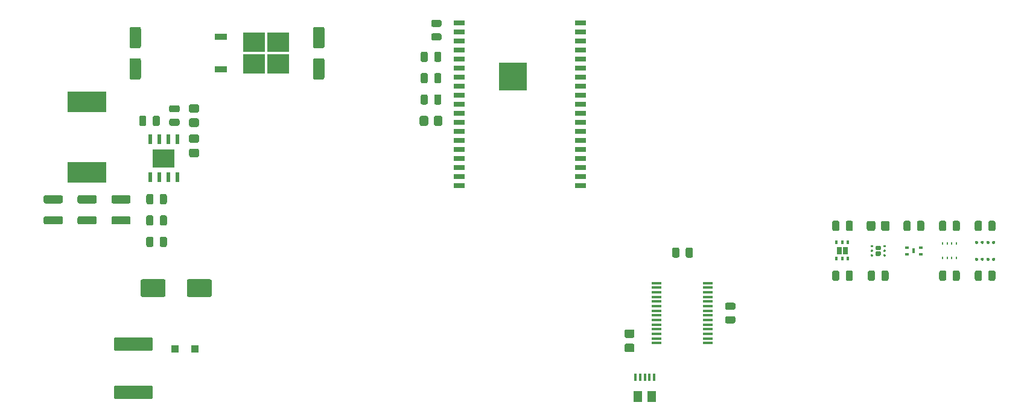
<source format=gbr>
G04 #@! TF.GenerationSoftware,KiCad,Pcbnew,(5.1.8-0-10_14)*
G04 #@! TF.CreationDate,2021-01-31T17:08:47-06:00*
G04 #@! TF.ProjectId,ClimateSprinklerController,436c696d-6174-4655-9370-72696e6b6c65,rev?*
G04 #@! TF.SameCoordinates,Original*
G04 #@! TF.FileFunction,Paste,Top*
G04 #@! TF.FilePolarity,Positive*
%FSLAX46Y46*%
G04 Gerber Fmt 4.6, Leading zero omitted, Abs format (unit mm)*
G04 Created by KiCad (PCBNEW (5.1.8-0-10_14)) date 2021-01-31 17:08:47*
%MOMM*%
%LPD*%
G01*
G04 APERTURE LIST*
%ADD10R,1.100000X1.100000*%
%ADD11R,1.400000X0.360000*%
%ADD12R,1.200000X1.520000*%
%ADD13R,0.320000X1.080000*%
%ADD14R,1.600000X0.720000*%
%ADD15R,4.000000X4.000000*%
%ADD16R,0.360000X0.504000*%
%ADD17R,0.700000X1.050000*%
%ADD18R,5.400000X2.900000*%
%ADD19R,0.280000X0.400000*%
%ADD20R,0.350000X0.800000*%
%ADD21R,0.500000X0.300000*%
%ADD22R,1.760000X0.960000*%
%ADD23R,3.050000X2.750000*%
%ADD24R,3.100000X2.600000*%
%ADD25R,0.540000X1.395000*%
G04 APERTURE END LIST*
D10*
X101600000Y-109250000D03*
X104400000Y-109250000D03*
G36*
G01*
X137050000Y-70775000D02*
X137050000Y-71725000D01*
G75*
G02*
X136800000Y-71975000I-250000J0D01*
G01*
X136300000Y-71975000D01*
G75*
G02*
X136050000Y-71725000I0J250000D01*
G01*
X136050000Y-70775000D01*
G75*
G02*
X136300000Y-70525000I250000J0D01*
G01*
X136800000Y-70525000D01*
G75*
G02*
X137050000Y-70775000I0J-250000D01*
G01*
G37*
G36*
G01*
X138950000Y-70775000D02*
X138950000Y-71725000D01*
G75*
G02*
X138700000Y-71975000I-250000J0D01*
G01*
X138200000Y-71975000D01*
G75*
G02*
X137950000Y-71725000I0J250000D01*
G01*
X137950000Y-70775000D01*
G75*
G02*
X138200000Y-70525000I250000J0D01*
G01*
X138700000Y-70525000D01*
G75*
G02*
X138950000Y-70775000I0J-250000D01*
G01*
G37*
G36*
G01*
X100250000Y-99750000D02*
X100250000Y-101750000D01*
G75*
G02*
X100000000Y-102000000I-250000J0D01*
G01*
X97000000Y-102000000D01*
G75*
G02*
X96750000Y-101750000I0J250000D01*
G01*
X96750000Y-99750000D01*
G75*
G02*
X97000000Y-99500000I250000J0D01*
G01*
X100000000Y-99500000D01*
G75*
G02*
X100250000Y-99750000I0J-250000D01*
G01*
G37*
G36*
G01*
X106750000Y-99750000D02*
X106750000Y-101750000D01*
G75*
G02*
X106500000Y-102000000I-250000J0D01*
G01*
X103500000Y-102000000D01*
G75*
G02*
X103250000Y-101750000I0J250000D01*
G01*
X103250000Y-99750000D01*
G75*
G02*
X103500000Y-99500000I250000J0D01*
G01*
X106500000Y-99500000D01*
G75*
G02*
X106750000Y-99750000I0J-250000D01*
G01*
G37*
G36*
G01*
X137050000Y-73775000D02*
X137050000Y-74725000D01*
G75*
G02*
X136800000Y-74975000I-250000J0D01*
G01*
X136300000Y-74975000D01*
G75*
G02*
X136050000Y-74725000I0J250000D01*
G01*
X136050000Y-73775000D01*
G75*
G02*
X136300000Y-73525000I250000J0D01*
G01*
X136800000Y-73525000D01*
G75*
G02*
X137050000Y-73775000I0J-250000D01*
G01*
G37*
G36*
G01*
X138950000Y-73775000D02*
X138950000Y-74725000D01*
G75*
G02*
X138700000Y-74975000I-250000J0D01*
G01*
X138200000Y-74975000D01*
G75*
G02*
X137950000Y-74725000I0J250000D01*
G01*
X137950000Y-73775000D01*
G75*
G02*
X138200000Y-73525000I250000J0D01*
G01*
X138700000Y-73525000D01*
G75*
G02*
X138950000Y-73775000I0J-250000D01*
G01*
G37*
D11*
X176350000Y-100025000D03*
X176350000Y-100675000D03*
X176350000Y-101325000D03*
X176350000Y-101975000D03*
X176350000Y-102625000D03*
X176350000Y-103275000D03*
X176350000Y-103925000D03*
X176350000Y-104575000D03*
X176350000Y-105225000D03*
X176350000Y-105875000D03*
X176350000Y-106525000D03*
X176350000Y-107175000D03*
X176350000Y-107825000D03*
X176350000Y-108475000D03*
X169150000Y-108475000D03*
X169150000Y-107825000D03*
X169150000Y-107175000D03*
X169150000Y-106525000D03*
X169150000Y-105875000D03*
X169150000Y-105225000D03*
X169150000Y-104575000D03*
X169150000Y-103925000D03*
X169150000Y-103275000D03*
X169150000Y-102625000D03*
X169150000Y-101975000D03*
X169150000Y-101325000D03*
X169150000Y-100675000D03*
X169150000Y-100025000D03*
G36*
G01*
X165800001Y-109750000D02*
X164899999Y-109750000D01*
G75*
G02*
X164650000Y-109500001I0J249999D01*
G01*
X164650000Y-108799999D01*
G75*
G02*
X164899999Y-108550000I249999J0D01*
G01*
X165800001Y-108550000D01*
G75*
G02*
X166050000Y-108799999I0J-249999D01*
G01*
X166050000Y-109500001D01*
G75*
G02*
X165800001Y-109750000I-249999J0D01*
G01*
G37*
G36*
G01*
X165800001Y-107750000D02*
X164899999Y-107750000D01*
G75*
G02*
X164650000Y-107500001I0J249999D01*
G01*
X164650000Y-106799999D01*
G75*
G02*
X164899999Y-106550000I249999J0D01*
G01*
X165800001Y-106550000D01*
G75*
G02*
X166050000Y-106799999I0J-249999D01*
G01*
X166050000Y-107500001D01*
G75*
G02*
X165800001Y-107750000I-249999J0D01*
G01*
G37*
D12*
X168500000Y-115987500D03*
D13*
X166850000Y-113287500D03*
X166200000Y-113287500D03*
X168800000Y-113287500D03*
X168150000Y-113287500D03*
X167500000Y-113287500D03*
D12*
X166500000Y-115987500D03*
G36*
G01*
X171350000Y-96225000D02*
X171350000Y-95275000D01*
G75*
G02*
X171600000Y-95025000I250000J0D01*
G01*
X172100000Y-95025000D01*
G75*
G02*
X172350000Y-95275000I0J-250000D01*
G01*
X172350000Y-96225000D01*
G75*
G02*
X172100000Y-96475000I-250000J0D01*
G01*
X171600000Y-96475000D01*
G75*
G02*
X171350000Y-96225000I0J250000D01*
G01*
G37*
G36*
G01*
X173250000Y-96225000D02*
X173250000Y-95275000D01*
G75*
G02*
X173500000Y-95025000I250000J0D01*
G01*
X174000000Y-95025000D01*
G75*
G02*
X174250000Y-95275000I0J-250000D01*
G01*
X174250000Y-96225000D01*
G75*
G02*
X174000000Y-96475000I-250000J0D01*
G01*
X173500000Y-96475000D01*
G75*
G02*
X173250000Y-96225000I0J250000D01*
G01*
G37*
G36*
G01*
X179975000Y-103800000D02*
X179025000Y-103800000D01*
G75*
G02*
X178775000Y-103550000I0J250000D01*
G01*
X178775000Y-103050000D01*
G75*
G02*
X179025000Y-102800000I250000J0D01*
G01*
X179975000Y-102800000D01*
G75*
G02*
X180225000Y-103050000I0J-250000D01*
G01*
X180225000Y-103550000D01*
G75*
G02*
X179975000Y-103800000I-250000J0D01*
G01*
G37*
G36*
G01*
X179975000Y-105700000D02*
X179025000Y-105700000D01*
G75*
G02*
X178775000Y-105450000I0J250000D01*
G01*
X178775000Y-104950000D01*
G75*
G02*
X179025000Y-104700000I250000J0D01*
G01*
X179975000Y-104700000D01*
G75*
G02*
X180225000Y-104950000I0J-250000D01*
G01*
X180225000Y-105450000D01*
G75*
G02*
X179975000Y-105700000I-250000J0D01*
G01*
G37*
G36*
G01*
X216650000Y-96577500D02*
X216650000Y-96797500D01*
G75*
G02*
X216550000Y-96897500I-100000J0D01*
G01*
X216350000Y-96897500D01*
G75*
G02*
X216250000Y-96797500I0J100000D01*
G01*
X216250000Y-96577500D01*
G75*
G02*
X216350000Y-96477500I100000J0D01*
G01*
X216550000Y-96477500D01*
G75*
G02*
X216650000Y-96577500I0J-100000D01*
G01*
G37*
G36*
G01*
X215850000Y-96577500D02*
X215850000Y-96797500D01*
G75*
G02*
X215750000Y-96897500I-100000J0D01*
G01*
X215550000Y-96897500D01*
G75*
G02*
X215450000Y-96797500I0J100000D01*
G01*
X215450000Y-96577500D01*
G75*
G02*
X215550000Y-96477500I100000J0D01*
G01*
X215750000Y-96477500D01*
G75*
G02*
X215850000Y-96577500I0J-100000D01*
G01*
G37*
G36*
G01*
X215050000Y-96577500D02*
X215050000Y-96797500D01*
G75*
G02*
X214950000Y-96897500I-100000J0D01*
G01*
X214750000Y-96897500D01*
G75*
G02*
X214650000Y-96797500I0J100000D01*
G01*
X214650000Y-96577500D01*
G75*
G02*
X214750000Y-96477500I100000J0D01*
G01*
X214950000Y-96477500D01*
G75*
G02*
X215050000Y-96577500I0J-100000D01*
G01*
G37*
G36*
G01*
X214250000Y-96577500D02*
X214250000Y-96797500D01*
G75*
G02*
X214150000Y-96897500I-100000J0D01*
G01*
X213950000Y-96897500D01*
G75*
G02*
X213850000Y-96797500I0J100000D01*
G01*
X213850000Y-96577500D01*
G75*
G02*
X213950000Y-96477500I100000J0D01*
G01*
X214150000Y-96477500D01*
G75*
G02*
X214250000Y-96577500I0J-100000D01*
G01*
G37*
G36*
G01*
X214250000Y-94202500D02*
X214250000Y-94422500D01*
G75*
G02*
X214150000Y-94522500I-100000J0D01*
G01*
X213950000Y-94522500D01*
G75*
G02*
X213850000Y-94422500I0J100000D01*
G01*
X213850000Y-94202500D01*
G75*
G02*
X213950000Y-94102500I100000J0D01*
G01*
X214150000Y-94102500D01*
G75*
G02*
X214250000Y-94202500I0J-100000D01*
G01*
G37*
G36*
G01*
X215050000Y-94202500D02*
X215050000Y-94422500D01*
G75*
G02*
X214950000Y-94522500I-100000J0D01*
G01*
X214750000Y-94522500D01*
G75*
G02*
X214650000Y-94422500I0J100000D01*
G01*
X214650000Y-94202500D01*
G75*
G02*
X214750000Y-94102500I100000J0D01*
G01*
X214950000Y-94102500D01*
G75*
G02*
X215050000Y-94202500I0J-100000D01*
G01*
G37*
G36*
G01*
X215850000Y-94202500D02*
X215850000Y-94422500D01*
G75*
G02*
X215750000Y-94522500I-100000J0D01*
G01*
X215550000Y-94522500D01*
G75*
G02*
X215450000Y-94422500I0J100000D01*
G01*
X215450000Y-94202500D01*
G75*
G02*
X215550000Y-94102500I100000J0D01*
G01*
X215750000Y-94102500D01*
G75*
G02*
X215850000Y-94202500I0J-100000D01*
G01*
G37*
G36*
G01*
X216650000Y-94202500D02*
X216650000Y-94422500D01*
G75*
G02*
X216550000Y-94522500I-100000J0D01*
G01*
X216350000Y-94522500D01*
G75*
G02*
X216250000Y-94422500I0J100000D01*
G01*
X216250000Y-94202500D01*
G75*
G02*
X216350000Y-94102500I100000J0D01*
G01*
X216550000Y-94102500D01*
G75*
G02*
X216650000Y-94202500I0J-100000D01*
G01*
G37*
G36*
G01*
X213800000Y-92475000D02*
X213800000Y-91525000D01*
G75*
G02*
X214050000Y-91275000I250000J0D01*
G01*
X214550000Y-91275000D01*
G75*
G02*
X214800000Y-91525000I0J-250000D01*
G01*
X214800000Y-92475000D01*
G75*
G02*
X214550000Y-92725000I-250000J0D01*
G01*
X214050000Y-92725000D01*
G75*
G02*
X213800000Y-92475000I0J250000D01*
G01*
G37*
G36*
G01*
X215700000Y-92475000D02*
X215700000Y-91525000D01*
G75*
G02*
X215950000Y-91275000I250000J0D01*
G01*
X216450000Y-91275000D01*
G75*
G02*
X216700000Y-91525000I0J-250000D01*
G01*
X216700000Y-92475000D01*
G75*
G02*
X216450000Y-92725000I-250000J0D01*
G01*
X215950000Y-92725000D01*
G75*
G02*
X215700000Y-92475000I0J250000D01*
G01*
G37*
G36*
G01*
X213800000Y-99475000D02*
X213800000Y-98525000D01*
G75*
G02*
X214050000Y-98275000I250000J0D01*
G01*
X214550000Y-98275000D01*
G75*
G02*
X214800000Y-98525000I0J-250000D01*
G01*
X214800000Y-99475000D01*
G75*
G02*
X214550000Y-99725000I-250000J0D01*
G01*
X214050000Y-99725000D01*
G75*
G02*
X213800000Y-99475000I0J250000D01*
G01*
G37*
G36*
G01*
X215700000Y-99475000D02*
X215700000Y-98525000D01*
G75*
G02*
X215950000Y-98275000I250000J0D01*
G01*
X216450000Y-98275000D01*
G75*
G02*
X216700000Y-98525000I0J-250000D01*
G01*
X216700000Y-99475000D01*
G75*
G02*
X216450000Y-99725000I-250000J0D01*
G01*
X215950000Y-99725000D01*
G75*
G02*
X215700000Y-99475000I0J250000D01*
G01*
G37*
D14*
X141500000Y-63495000D03*
X141500000Y-64765000D03*
X141500000Y-66035000D03*
X141500000Y-67305000D03*
X141500000Y-68575000D03*
X141500000Y-69845000D03*
X141500000Y-71115000D03*
X141500000Y-72385000D03*
X141500000Y-73655000D03*
X141500000Y-74925000D03*
X141500000Y-76195000D03*
X141500000Y-77465000D03*
X141500000Y-78735000D03*
X141500000Y-80005000D03*
X141500000Y-81275000D03*
X141500000Y-82545000D03*
X141500000Y-83815000D03*
X141500000Y-85085000D03*
X141500000Y-86355000D03*
X158500000Y-86355000D03*
X158500000Y-85085000D03*
X158500000Y-83815000D03*
X158500000Y-82545000D03*
X158500000Y-81275000D03*
X158500000Y-80005000D03*
X158500000Y-78735000D03*
X158500000Y-77465000D03*
X158500000Y-76195000D03*
X158500000Y-74925000D03*
X158500000Y-73655000D03*
X158500000Y-72385000D03*
X158500000Y-71115000D03*
X158500000Y-69845000D03*
X158500000Y-68575000D03*
X158500000Y-67305000D03*
X158500000Y-66035000D03*
X158500000Y-64765000D03*
X158500000Y-63495000D03*
D15*
X149000000Y-70995000D03*
D16*
X196009000Y-96603000D03*
X195209000Y-96603000D03*
X194409000Y-96603000D03*
X194409000Y-94303000D03*
X195209000Y-94303000D03*
X196009000Y-94303000D03*
D17*
X194809000Y-95453000D03*
X195609000Y-95453000D03*
G36*
G01*
X201850000Y-91549999D02*
X201850000Y-92450001D01*
G75*
G02*
X201600001Y-92700000I-249999J0D01*
G01*
X200899999Y-92700000D01*
G75*
G02*
X200650000Y-92450001I0J249999D01*
G01*
X200650000Y-91549999D01*
G75*
G02*
X200899999Y-91300000I249999J0D01*
G01*
X201600001Y-91300000D01*
G75*
G02*
X201850000Y-91549999I0J-249999D01*
G01*
G37*
G36*
G01*
X199850000Y-91549999D02*
X199850000Y-92450001D01*
G75*
G02*
X199600001Y-92700000I-249999J0D01*
G01*
X198899999Y-92700000D01*
G75*
G02*
X198650000Y-92450001I0J249999D01*
G01*
X198650000Y-91549999D01*
G75*
G02*
X198899999Y-91300000I249999J0D01*
G01*
X199600001Y-91300000D01*
G75*
G02*
X199850000Y-91549999I0J-249999D01*
G01*
G37*
G36*
G01*
X195700000Y-92475000D02*
X195700000Y-91525000D01*
G75*
G02*
X195950000Y-91275000I250000J0D01*
G01*
X196450000Y-91275000D01*
G75*
G02*
X196700000Y-91525000I0J-250000D01*
G01*
X196700000Y-92475000D01*
G75*
G02*
X196450000Y-92725000I-250000J0D01*
G01*
X195950000Y-92725000D01*
G75*
G02*
X195700000Y-92475000I0J250000D01*
G01*
G37*
G36*
G01*
X193800000Y-92475000D02*
X193800000Y-91525000D01*
G75*
G02*
X194050000Y-91275000I250000J0D01*
G01*
X194550000Y-91275000D01*
G75*
G02*
X194800000Y-91525000I0J-250000D01*
G01*
X194800000Y-92475000D01*
G75*
G02*
X194550000Y-92725000I-250000J0D01*
G01*
X194050000Y-92725000D01*
G75*
G02*
X193800000Y-92475000I0J250000D01*
G01*
G37*
G36*
G01*
X193800000Y-99475000D02*
X193800000Y-98525000D01*
G75*
G02*
X194050000Y-98275000I250000J0D01*
G01*
X194550000Y-98275000D01*
G75*
G02*
X194800000Y-98525000I0J-250000D01*
G01*
X194800000Y-99475000D01*
G75*
G02*
X194550000Y-99725000I-250000J0D01*
G01*
X194050000Y-99725000D01*
G75*
G02*
X193800000Y-99475000I0J250000D01*
G01*
G37*
G36*
G01*
X195700000Y-99475000D02*
X195700000Y-98525000D01*
G75*
G02*
X195950000Y-98275000I250000J0D01*
G01*
X196450000Y-98275000D01*
G75*
G02*
X196700000Y-98525000I0J-250000D01*
G01*
X196700000Y-99475000D01*
G75*
G02*
X196450000Y-99725000I-250000J0D01*
G01*
X195950000Y-99725000D01*
G75*
G02*
X195700000Y-99475000I0J250000D01*
G01*
G37*
G36*
G01*
X103799999Y-81150000D02*
X104700001Y-81150000D01*
G75*
G02*
X104950000Y-81399999I0J-249999D01*
G01*
X104950000Y-82100001D01*
G75*
G02*
X104700001Y-82350000I-249999J0D01*
G01*
X103799999Y-82350000D01*
G75*
G02*
X103550000Y-82100001I0J249999D01*
G01*
X103550000Y-81399999D01*
G75*
G02*
X103799999Y-81150000I249999J0D01*
G01*
G37*
G36*
G01*
X103799999Y-79150000D02*
X104700001Y-79150000D01*
G75*
G02*
X104950000Y-79399999I0J-249999D01*
G01*
X104950000Y-80100001D01*
G75*
G02*
X104700001Y-80350000I-249999J0D01*
G01*
X103799999Y-80350000D01*
G75*
G02*
X103550000Y-80100001I0J249999D01*
G01*
X103550000Y-79399999D01*
G75*
G02*
X103799999Y-79150000I249999J0D01*
G01*
G37*
G36*
G01*
X103799999Y-76900000D02*
X104700001Y-76900000D01*
G75*
G02*
X104950000Y-77149999I0J-249999D01*
G01*
X104950000Y-77850001D01*
G75*
G02*
X104700001Y-78100000I-249999J0D01*
G01*
X103799999Y-78100000D01*
G75*
G02*
X103550000Y-77850001I0J249999D01*
G01*
X103550000Y-77149999D01*
G75*
G02*
X103799999Y-76900000I249999J0D01*
G01*
G37*
G36*
G01*
X103799999Y-74900000D02*
X104700001Y-74900000D01*
G75*
G02*
X104950000Y-75149999I0J-249999D01*
G01*
X104950000Y-75850001D01*
G75*
G02*
X104700001Y-76100000I-249999J0D01*
G01*
X103799999Y-76100000D01*
G75*
G02*
X103550000Y-75850001I0J249999D01*
G01*
X103550000Y-75149999D01*
G75*
G02*
X103799999Y-74900000I249999J0D01*
G01*
G37*
G36*
G01*
X135900000Y-77700400D02*
X135900000Y-76799600D01*
G75*
G02*
X136149600Y-76550000I249600J0D01*
G01*
X136850400Y-76550000D01*
G75*
G02*
X137100000Y-76799600I0J-249600D01*
G01*
X137100000Y-77700400D01*
G75*
G02*
X136850400Y-77950000I-249600J0D01*
G01*
X136149600Y-77950000D01*
G75*
G02*
X135900000Y-77700400I0J249600D01*
G01*
G37*
G36*
G01*
X137900000Y-77700400D02*
X137900000Y-76799600D01*
G75*
G02*
X138149600Y-76550000I249600J0D01*
G01*
X138850400Y-76550000D01*
G75*
G02*
X139100000Y-76799600I0J-249600D01*
G01*
X139100000Y-77700400D01*
G75*
G02*
X138850400Y-77950000I-249600J0D01*
G01*
X138149600Y-77950000D01*
G75*
G02*
X137900000Y-77700400I0J249600D01*
G01*
G37*
D18*
X89250000Y-84450000D03*
X89250000Y-74550000D03*
G36*
G01*
X83399999Y-90650000D02*
X85600001Y-90650000D01*
G75*
G02*
X85850000Y-90899999I0J-249999D01*
G01*
X85850000Y-91550001D01*
G75*
G02*
X85600001Y-91800000I-249999J0D01*
G01*
X83399999Y-91800000D01*
G75*
G02*
X83150000Y-91550001I0J249999D01*
G01*
X83150000Y-90899999D01*
G75*
G02*
X83399999Y-90650000I249999J0D01*
G01*
G37*
G36*
G01*
X83399999Y-87700000D02*
X85600001Y-87700000D01*
G75*
G02*
X85850000Y-87949999I0J-249999D01*
G01*
X85850000Y-88600001D01*
G75*
G02*
X85600001Y-88850000I-249999J0D01*
G01*
X83399999Y-88850000D01*
G75*
G02*
X83150000Y-88600001I0J249999D01*
G01*
X83150000Y-87949999D01*
G75*
G02*
X83399999Y-87700000I249999J0D01*
G01*
G37*
G36*
G01*
X88149999Y-90650000D02*
X90350001Y-90650000D01*
G75*
G02*
X90600000Y-90899999I0J-249999D01*
G01*
X90600000Y-91550001D01*
G75*
G02*
X90350001Y-91800000I-249999J0D01*
G01*
X88149999Y-91800000D01*
G75*
G02*
X87900000Y-91550001I0J249999D01*
G01*
X87900000Y-90899999D01*
G75*
G02*
X88149999Y-90650000I249999J0D01*
G01*
G37*
G36*
G01*
X88149999Y-87700000D02*
X90350001Y-87700000D01*
G75*
G02*
X90600000Y-87949999I0J-249999D01*
G01*
X90600000Y-88600001D01*
G75*
G02*
X90350001Y-88850000I-249999J0D01*
G01*
X88149999Y-88850000D01*
G75*
G02*
X87900000Y-88600001I0J249999D01*
G01*
X87900000Y-87949999D01*
G75*
G02*
X88149999Y-87700000I249999J0D01*
G01*
G37*
G36*
G01*
X92899999Y-90650000D02*
X95100001Y-90650000D01*
G75*
G02*
X95350000Y-90899999I0J-249999D01*
G01*
X95350000Y-91550001D01*
G75*
G02*
X95100001Y-91800000I-249999J0D01*
G01*
X92899999Y-91800000D01*
G75*
G02*
X92650000Y-91550001I0J249999D01*
G01*
X92650000Y-90899999D01*
G75*
G02*
X92899999Y-90650000I249999J0D01*
G01*
G37*
G36*
G01*
X92899999Y-87700000D02*
X95100001Y-87700000D01*
G75*
G02*
X95350000Y-87949999I0J-249999D01*
G01*
X95350000Y-88600001D01*
G75*
G02*
X95100001Y-88850000I-249999J0D01*
G01*
X92899999Y-88850000D01*
G75*
G02*
X92650000Y-88600001I0J249999D01*
G01*
X92650000Y-87949999D01*
G75*
G02*
X92899999Y-87700000I249999J0D01*
G01*
G37*
G36*
G01*
X138950000Y-67775000D02*
X138950000Y-68725000D01*
G75*
G02*
X138700000Y-68975000I-250000J0D01*
G01*
X138200000Y-68975000D01*
G75*
G02*
X137950000Y-68725000I0J250000D01*
G01*
X137950000Y-67775000D01*
G75*
G02*
X138200000Y-67525000I250000J0D01*
G01*
X138700000Y-67525000D01*
G75*
G02*
X138950000Y-67775000I0J-250000D01*
G01*
G37*
G36*
G01*
X137050000Y-67775000D02*
X137050000Y-68725000D01*
G75*
G02*
X136800000Y-68975000I-250000J0D01*
G01*
X136300000Y-68975000D01*
G75*
G02*
X136050000Y-68725000I0J250000D01*
G01*
X136050000Y-67775000D01*
G75*
G02*
X136300000Y-67525000I250000J0D01*
G01*
X136800000Y-67525000D01*
G75*
G02*
X137050000Y-67775000I0J-250000D01*
G01*
G37*
G36*
G01*
X137775000Y-64950000D02*
X138725000Y-64950000D01*
G75*
G02*
X138975000Y-65200000I0J-250000D01*
G01*
X138975000Y-65700000D01*
G75*
G02*
X138725000Y-65950000I-250000J0D01*
G01*
X137775000Y-65950000D01*
G75*
G02*
X137525000Y-65700000I0J250000D01*
G01*
X137525000Y-65200000D01*
G75*
G02*
X137775000Y-64950000I250000J0D01*
G01*
G37*
G36*
G01*
X137775000Y-63050000D02*
X138725000Y-63050000D01*
G75*
G02*
X138975000Y-63300000I0J-250000D01*
G01*
X138975000Y-63800000D01*
G75*
G02*
X138725000Y-64050000I-250000J0D01*
G01*
X137775000Y-64050000D01*
G75*
G02*
X137525000Y-63800000I0J250000D01*
G01*
X137525000Y-63300000D01*
G75*
G02*
X137775000Y-63050000I250000J0D01*
G01*
G37*
D19*
X209275000Y-96525000D03*
X209925000Y-96525000D03*
X210575000Y-96525000D03*
X211225000Y-96525000D03*
X211225000Y-94475000D03*
X210575000Y-94475000D03*
X209925000Y-94475000D03*
X209275000Y-94475000D03*
D20*
X205250000Y-95500000D03*
D21*
X206200000Y-95025000D03*
X204300000Y-95975000D03*
X204300000Y-95025000D03*
X206200000Y-95975000D03*
G36*
G01*
X201287500Y-96065000D02*
X201287500Y-96235000D01*
G75*
G02*
X201212500Y-96310000I-75000J0D01*
G01*
X201062500Y-96310000D01*
G75*
G02*
X200987500Y-96235000I0J75000D01*
G01*
X200987500Y-96065000D01*
G75*
G02*
X201062500Y-95990000I75000J0D01*
G01*
X201212500Y-95990000D01*
G75*
G02*
X201287500Y-96065000I0J-75000D01*
G01*
G37*
G36*
G01*
X201287500Y-95415000D02*
X201287500Y-95585000D01*
G75*
G02*
X201212500Y-95660000I-75000J0D01*
G01*
X201062500Y-95660000D01*
G75*
G02*
X200987500Y-95585000I0J75000D01*
G01*
X200987500Y-95415000D01*
G75*
G02*
X201062500Y-95340000I75000J0D01*
G01*
X201212500Y-95340000D01*
G75*
G02*
X201287500Y-95415000I0J-75000D01*
G01*
G37*
G36*
G01*
X201287500Y-94765000D02*
X201287500Y-94935000D01*
G75*
G02*
X201212500Y-95010000I-75000J0D01*
G01*
X201062500Y-95010000D01*
G75*
G02*
X200987500Y-94935000I0J75000D01*
G01*
X200987500Y-94765000D01*
G75*
G02*
X201062500Y-94690000I75000J0D01*
G01*
X201212500Y-94690000D01*
G75*
G02*
X201287500Y-94765000I0J-75000D01*
G01*
G37*
G36*
G01*
X199512500Y-94765000D02*
X199512500Y-94935000D01*
G75*
G02*
X199437500Y-95010000I-75000J0D01*
G01*
X199287500Y-95010000D01*
G75*
G02*
X199212500Y-94935000I0J75000D01*
G01*
X199212500Y-94765000D01*
G75*
G02*
X199287500Y-94690000I75000J0D01*
G01*
X199437500Y-94690000D01*
G75*
G02*
X199512500Y-94765000I0J-75000D01*
G01*
G37*
G36*
G01*
X199512500Y-95415000D02*
X199512500Y-95585000D01*
G75*
G02*
X199437500Y-95660000I-75000J0D01*
G01*
X199287500Y-95660000D01*
G75*
G02*
X199212500Y-95585000I0J75000D01*
G01*
X199212500Y-95415000D01*
G75*
G02*
X199287500Y-95340000I75000J0D01*
G01*
X199437500Y-95340000D01*
G75*
G02*
X199512500Y-95415000I0J-75000D01*
G01*
G37*
G36*
G01*
X199512500Y-96065000D02*
X199512500Y-96235000D01*
G75*
G02*
X199437500Y-96310000I-75000J0D01*
G01*
X199287500Y-96310000D01*
G75*
G02*
X199212500Y-96235000I0J75000D01*
G01*
X199212500Y-96065000D01*
G75*
G02*
X199287500Y-95990000I75000J0D01*
G01*
X199437500Y-95990000D01*
G75*
G02*
X199512500Y-96065000I0J-75000D01*
G01*
G37*
G36*
G01*
X200655000Y-95740000D02*
X200655000Y-96060000D01*
G75*
G02*
X200495000Y-96220000I-160000J0D01*
G01*
X200005000Y-96220000D01*
G75*
G02*
X199845000Y-96060000I0J160000D01*
G01*
X199845000Y-95740000D01*
G75*
G02*
X200005000Y-95580000I160000J0D01*
G01*
X200495000Y-95580000D01*
G75*
G02*
X200655000Y-95740000I0J-160000D01*
G01*
G37*
G36*
G01*
X200655000Y-94940000D02*
X200655000Y-95260000D01*
G75*
G02*
X200495000Y-95420000I-160000J0D01*
G01*
X200005000Y-95420000D01*
G75*
G02*
X199845000Y-95260000I0J160000D01*
G01*
X199845000Y-94940000D01*
G75*
G02*
X200005000Y-94780000I160000J0D01*
G01*
X200495000Y-94780000D01*
G75*
G02*
X200655000Y-94940000I0J-160000D01*
G01*
G37*
G36*
G01*
X98550000Y-87775000D02*
X98550000Y-88725000D01*
G75*
G02*
X98300000Y-88975000I-250000J0D01*
G01*
X97800000Y-88975000D01*
G75*
G02*
X97550000Y-88725000I0J250000D01*
G01*
X97550000Y-87775000D01*
G75*
G02*
X97800000Y-87525000I250000J0D01*
G01*
X98300000Y-87525000D01*
G75*
G02*
X98550000Y-87775000I0J-250000D01*
G01*
G37*
G36*
G01*
X100450000Y-87775000D02*
X100450000Y-88725000D01*
G75*
G02*
X100200000Y-88975000I-250000J0D01*
G01*
X99700000Y-88975000D01*
G75*
G02*
X99450000Y-88725000I0J250000D01*
G01*
X99450000Y-87775000D01*
G75*
G02*
X99700000Y-87525000I250000J0D01*
G01*
X100200000Y-87525000D01*
G75*
G02*
X100450000Y-87775000I0J-250000D01*
G01*
G37*
D22*
X108050000Y-65470000D03*
X108050000Y-70030000D03*
D23*
X116025000Y-69275000D03*
X112675000Y-66225000D03*
X116025000Y-66225000D03*
X112675000Y-69275000D03*
D24*
X100000000Y-82500000D03*
D25*
X98095000Y-79800000D03*
X99365000Y-79800000D03*
X100635000Y-79800000D03*
X101905000Y-79800000D03*
X101905000Y-85200000D03*
X100635000Y-85200000D03*
X99365000Y-85200000D03*
X98095000Y-85200000D03*
G36*
G01*
X98225001Y-116350000D02*
X93274999Y-116350000D01*
G75*
G02*
X93025000Y-116100001I0J249999D01*
G01*
X93025000Y-114674999D01*
G75*
G02*
X93274999Y-114425000I249999J0D01*
G01*
X98225001Y-114425000D01*
G75*
G02*
X98475000Y-114674999I0J-249999D01*
G01*
X98475000Y-116100001D01*
G75*
G02*
X98225001Y-116350000I-249999J0D01*
G01*
G37*
G36*
G01*
X98225001Y-109575000D02*
X93274999Y-109575000D01*
G75*
G02*
X93025000Y-109325001I0J249999D01*
G01*
X93025000Y-107899999D01*
G75*
G02*
X93274999Y-107650000I249999J0D01*
G01*
X98225001Y-107650000D01*
G75*
G02*
X98475000Y-107899999I0J-249999D01*
G01*
X98475000Y-109325001D01*
G75*
G02*
X98225001Y-109575000I-249999J0D01*
G01*
G37*
G36*
G01*
X205700000Y-92475000D02*
X205700000Y-91525000D01*
G75*
G02*
X205950000Y-91275000I250000J0D01*
G01*
X206450000Y-91275000D01*
G75*
G02*
X206700000Y-91525000I0J-250000D01*
G01*
X206700000Y-92475000D01*
G75*
G02*
X206450000Y-92725000I-250000J0D01*
G01*
X205950000Y-92725000D01*
G75*
G02*
X205700000Y-92475000I0J250000D01*
G01*
G37*
G36*
G01*
X203800000Y-92475000D02*
X203800000Y-91525000D01*
G75*
G02*
X204050000Y-91275000I250000J0D01*
G01*
X204550000Y-91275000D01*
G75*
G02*
X204800000Y-91525000I0J-250000D01*
G01*
X204800000Y-92475000D01*
G75*
G02*
X204550000Y-92725000I-250000J0D01*
G01*
X204050000Y-92725000D01*
G75*
G02*
X203800000Y-92475000I0J250000D01*
G01*
G37*
G36*
G01*
X208800000Y-99475000D02*
X208800000Y-98525000D01*
G75*
G02*
X209050000Y-98275000I250000J0D01*
G01*
X209550000Y-98275000D01*
G75*
G02*
X209800000Y-98525000I0J-250000D01*
G01*
X209800000Y-99475000D01*
G75*
G02*
X209550000Y-99725000I-250000J0D01*
G01*
X209050000Y-99725000D01*
G75*
G02*
X208800000Y-99475000I0J250000D01*
G01*
G37*
G36*
G01*
X210700000Y-99475000D02*
X210700000Y-98525000D01*
G75*
G02*
X210950000Y-98275000I250000J0D01*
G01*
X211450000Y-98275000D01*
G75*
G02*
X211700000Y-98525000I0J-250000D01*
G01*
X211700000Y-99475000D01*
G75*
G02*
X211450000Y-99725000I-250000J0D01*
G01*
X210950000Y-99725000D01*
G75*
G02*
X210700000Y-99475000I0J250000D01*
G01*
G37*
G36*
G01*
X208800000Y-92475000D02*
X208800000Y-91525000D01*
G75*
G02*
X209050000Y-91275000I250000J0D01*
G01*
X209550000Y-91275000D01*
G75*
G02*
X209800000Y-91525000I0J-250000D01*
G01*
X209800000Y-92475000D01*
G75*
G02*
X209550000Y-92725000I-250000J0D01*
G01*
X209050000Y-92725000D01*
G75*
G02*
X208800000Y-92475000I0J250000D01*
G01*
G37*
G36*
G01*
X210700000Y-92475000D02*
X210700000Y-91525000D01*
G75*
G02*
X210950000Y-91275000I250000J0D01*
G01*
X211450000Y-91275000D01*
G75*
G02*
X211700000Y-91525000I0J-250000D01*
G01*
X211700000Y-92475000D01*
G75*
G02*
X211450000Y-92725000I-250000J0D01*
G01*
X210950000Y-92725000D01*
G75*
G02*
X210700000Y-92475000I0J250000D01*
G01*
G37*
G36*
G01*
X198800000Y-99475000D02*
X198800000Y-98525000D01*
G75*
G02*
X199050000Y-98275000I250000J0D01*
G01*
X199550000Y-98275000D01*
G75*
G02*
X199800000Y-98525000I0J-250000D01*
G01*
X199800000Y-99475000D01*
G75*
G02*
X199550000Y-99725000I-250000J0D01*
G01*
X199050000Y-99725000D01*
G75*
G02*
X198800000Y-99475000I0J250000D01*
G01*
G37*
G36*
G01*
X200700000Y-99475000D02*
X200700000Y-98525000D01*
G75*
G02*
X200950000Y-98275000I250000J0D01*
G01*
X201450000Y-98275000D01*
G75*
G02*
X201700000Y-98525000I0J-250000D01*
G01*
X201700000Y-99475000D01*
G75*
G02*
X201450000Y-99725000I-250000J0D01*
G01*
X200950000Y-99725000D01*
G75*
G02*
X200700000Y-99475000I0J250000D01*
G01*
G37*
G36*
G01*
X122300000Y-67050000D02*
X121200000Y-67050000D01*
G75*
G02*
X120950000Y-66800000I0J250000D01*
G01*
X120950000Y-64300000D01*
G75*
G02*
X121200000Y-64050000I250000J0D01*
G01*
X122300000Y-64050000D01*
G75*
G02*
X122550000Y-64300000I0J-250000D01*
G01*
X122550000Y-66800000D01*
G75*
G02*
X122300000Y-67050000I-250000J0D01*
G01*
G37*
G36*
G01*
X122300000Y-71450000D02*
X121200000Y-71450000D01*
G75*
G02*
X120950000Y-71200000I0J250000D01*
G01*
X120950000Y-68700000D01*
G75*
G02*
X121200000Y-68450000I250000J0D01*
G01*
X122300000Y-68450000D01*
G75*
G02*
X122550000Y-68700000I0J-250000D01*
G01*
X122550000Y-71200000D01*
G75*
G02*
X122300000Y-71450000I-250000J0D01*
G01*
G37*
G36*
G01*
X98550000Y-90775000D02*
X98550000Y-91725000D01*
G75*
G02*
X98300000Y-91975000I-250000J0D01*
G01*
X97800000Y-91975000D01*
G75*
G02*
X97550000Y-91725000I0J250000D01*
G01*
X97550000Y-90775000D01*
G75*
G02*
X97800000Y-90525000I250000J0D01*
G01*
X98300000Y-90525000D01*
G75*
G02*
X98550000Y-90775000I0J-250000D01*
G01*
G37*
G36*
G01*
X100450000Y-90775000D02*
X100450000Y-91725000D01*
G75*
G02*
X100200000Y-91975000I-250000J0D01*
G01*
X99700000Y-91975000D01*
G75*
G02*
X99450000Y-91725000I0J250000D01*
G01*
X99450000Y-90775000D01*
G75*
G02*
X99700000Y-90525000I250000J0D01*
G01*
X100200000Y-90525000D01*
G75*
G02*
X100450000Y-90775000I0J-250000D01*
G01*
G37*
G36*
G01*
X96550000Y-67050000D02*
X95450000Y-67050000D01*
G75*
G02*
X95200000Y-66800000I0J250000D01*
G01*
X95200000Y-64300000D01*
G75*
G02*
X95450000Y-64050000I250000J0D01*
G01*
X96550000Y-64050000D01*
G75*
G02*
X96800000Y-64300000I0J-250000D01*
G01*
X96800000Y-66800000D01*
G75*
G02*
X96550000Y-67050000I-250000J0D01*
G01*
G37*
G36*
G01*
X96550000Y-71450000D02*
X95450000Y-71450000D01*
G75*
G02*
X95200000Y-71200000I0J250000D01*
G01*
X95200000Y-68700000D01*
G75*
G02*
X95450000Y-68450000I250000J0D01*
G01*
X96550000Y-68450000D01*
G75*
G02*
X96800000Y-68700000I0J-250000D01*
G01*
X96800000Y-71200000D01*
G75*
G02*
X96550000Y-71450000I-250000J0D01*
G01*
G37*
G36*
G01*
X97550000Y-76775000D02*
X97550000Y-77725000D01*
G75*
G02*
X97300000Y-77975000I-250000J0D01*
G01*
X96800000Y-77975000D01*
G75*
G02*
X96550000Y-77725000I0J250000D01*
G01*
X96550000Y-76775000D01*
G75*
G02*
X96800000Y-76525000I250000J0D01*
G01*
X97300000Y-76525000D01*
G75*
G02*
X97550000Y-76775000I0J-250000D01*
G01*
G37*
G36*
G01*
X99450000Y-76775000D02*
X99450000Y-77725000D01*
G75*
G02*
X99200000Y-77975000I-250000J0D01*
G01*
X98700000Y-77975000D01*
G75*
G02*
X98450000Y-77725000I0J250000D01*
G01*
X98450000Y-76775000D01*
G75*
G02*
X98700000Y-76525000I250000J0D01*
G01*
X99200000Y-76525000D01*
G75*
G02*
X99450000Y-76775000I0J-250000D01*
G01*
G37*
G36*
G01*
X101975000Y-76050000D02*
X101025000Y-76050000D01*
G75*
G02*
X100775000Y-75800000I0J250000D01*
G01*
X100775000Y-75300000D01*
G75*
G02*
X101025000Y-75050000I250000J0D01*
G01*
X101975000Y-75050000D01*
G75*
G02*
X102225000Y-75300000I0J-250000D01*
G01*
X102225000Y-75800000D01*
G75*
G02*
X101975000Y-76050000I-250000J0D01*
G01*
G37*
G36*
G01*
X101975000Y-77950000D02*
X101025000Y-77950000D01*
G75*
G02*
X100775000Y-77700000I0J250000D01*
G01*
X100775000Y-77200000D01*
G75*
G02*
X101025000Y-76950000I250000J0D01*
G01*
X101975000Y-76950000D01*
G75*
G02*
X102225000Y-77200000I0J-250000D01*
G01*
X102225000Y-77700000D01*
G75*
G02*
X101975000Y-77950000I-250000J0D01*
G01*
G37*
G36*
G01*
X98550000Y-93775000D02*
X98550000Y-94725000D01*
G75*
G02*
X98300000Y-94975000I-250000J0D01*
G01*
X97800000Y-94975000D01*
G75*
G02*
X97550000Y-94725000I0J250000D01*
G01*
X97550000Y-93775000D01*
G75*
G02*
X97800000Y-93525000I250000J0D01*
G01*
X98300000Y-93525000D01*
G75*
G02*
X98550000Y-93775000I0J-250000D01*
G01*
G37*
G36*
G01*
X100450000Y-93775000D02*
X100450000Y-94725000D01*
G75*
G02*
X100200000Y-94975000I-250000J0D01*
G01*
X99700000Y-94975000D01*
G75*
G02*
X99450000Y-94725000I0J250000D01*
G01*
X99450000Y-93775000D01*
G75*
G02*
X99700000Y-93525000I250000J0D01*
G01*
X100200000Y-93525000D01*
G75*
G02*
X100450000Y-93775000I0J-250000D01*
G01*
G37*
M02*

</source>
